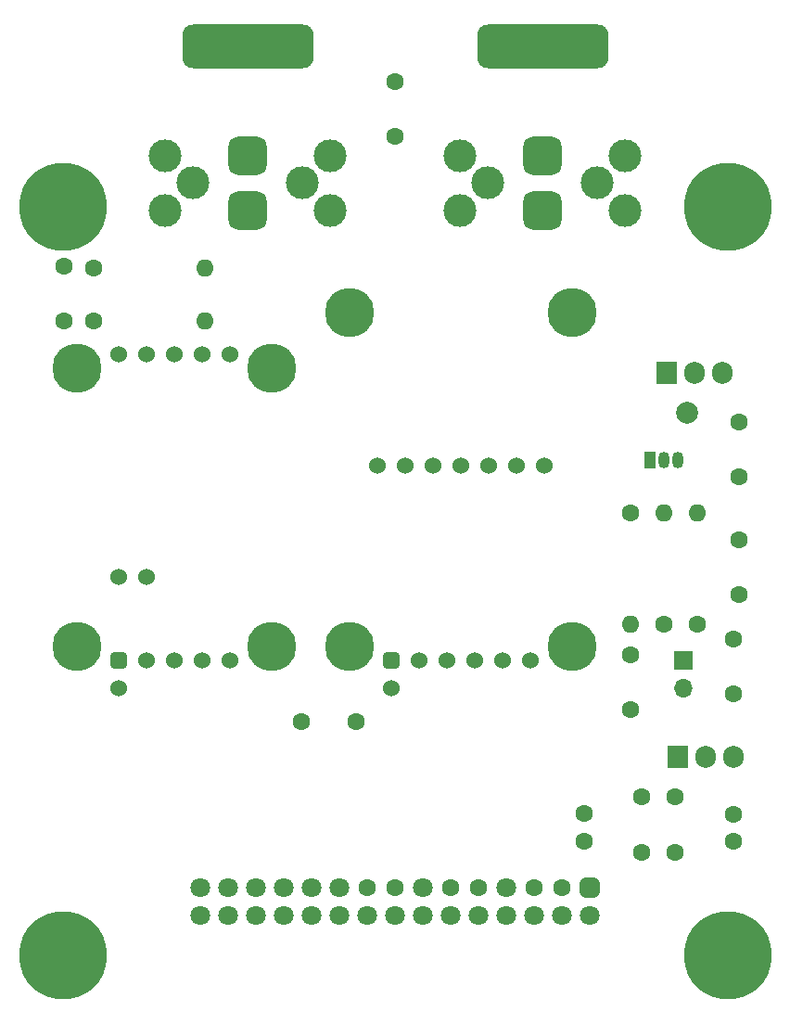
<source format=gbr>
%TF.GenerationSoftware,KiCad,Pcbnew,6.0.1-79c1e3a40b~116~ubuntu20.04.1*%
%TF.CreationDate,2022-01-20T00:26:33+00:00*%
%TF.ProjectId,Amplifier board,416d706c-6966-4696-9572-20626f617264,V1.0*%
%TF.SameCoordinates,Original*%
%TF.FileFunction,Soldermask,Top*%
%TF.FilePolarity,Negative*%
%FSLAX46Y46*%
G04 Gerber Fmt 4.6, Leading zero omitted, Abs format (unit mm)*
G04 Created by KiCad (PCBNEW 6.0.1-79c1e3a40b~116~ubuntu20.04.1) date 2022-01-20 00:26:33*
%MOMM*%
%LPD*%
G01*
G04 APERTURE LIST*
G04 Aperture macros list*
%AMRoundRect*
0 Rectangle with rounded corners*
0 $1 Rounding radius*
0 $2 $3 $4 $5 $6 $7 $8 $9 X,Y pos of 4 corners*
0 Add a 4 corners polygon primitive as box body*
4,1,4,$2,$3,$4,$5,$6,$7,$8,$9,$2,$3,0*
0 Add four circle primitives for the rounded corners*
1,1,$1+$1,$2,$3*
1,1,$1+$1,$4,$5*
1,1,$1+$1,$6,$7*
1,1,$1+$1,$8,$9*
0 Add four rect primitives between the rounded corners*
20,1,$1+$1,$2,$3,$4,$5,0*
20,1,$1+$1,$4,$5,$6,$7,0*
20,1,$1+$1,$6,$7,$8,$9,0*
20,1,$1+$1,$8,$9,$2,$3,0*%
G04 Aperture macros list end*
%ADD10C,1.600000*%
%ADD11R,1.905000X2.000000*%
%ADD12O,1.905000X2.000000*%
%ADD13C,8.000000*%
%ADD14O,1.600000X1.600000*%
%ADD15C,2.000000*%
%ADD16R,1.050000X1.500000*%
%ADD17O,1.050000X1.500000*%
%ADD18C,4.500000*%
%ADD19RoundRect,0.381000X-0.381000X-0.381000X0.381000X-0.381000X0.381000X0.381000X-0.381000X0.381000X0*%
%ADD20C,1.524000*%
%ADD21RoundRect,0.450000X-0.450000X-0.450000X0.450000X-0.450000X0.450000X0.450000X-0.450000X0.450000X0*%
%ADD22C,1.800000*%
%ADD23R,1.700000X1.700000*%
%ADD24O,1.700000X1.700000*%
%ADD25C,3.000000*%
%ADD26RoundRect,0.875000X-0.875000X0.875000X-0.875000X-0.875000X0.875000X-0.875000X0.875000X0.875000X0*%
%ADD27RoundRect,1.000000X-2.500000X1.000000X-2.500000X-1.000000X2.500000X-1.000000X2.500000X1.000000X0*%
G04 APERTURE END LIST*
D10*
%TO.C,C5*%
X172085000Y-99314000D03*
X172085000Y-104314000D03*
%TD*%
%TO.C,C6*%
X172085000Y-88599000D03*
X172085000Y-93599000D03*
%TD*%
D11*
%TO.C,D1*%
X165481000Y-84074000D03*
D12*
X168021000Y-84074000D03*
X170561000Y-84074000D03*
%TD*%
D10*
%TO.C,F1*%
X171577000Y-108411000D03*
X171577000Y-113411000D03*
%TD*%
D13*
%TO.C,H1*%
X110363000Y-137287000D03*
%TD*%
%TO.C,H2*%
X171069000Y-137287000D03*
%TD*%
D10*
%TO.C,R1*%
X165227000Y-107061000D03*
D14*
X165227000Y-96901000D03*
%TD*%
D10*
%TO.C,R2*%
X162179000Y-96901000D03*
D14*
X162179000Y-107061000D03*
%TD*%
D10*
%TO.C,R3*%
X168275000Y-107061000D03*
D14*
X168275000Y-96901000D03*
%TD*%
D15*
%TO.C,TP1*%
X167386000Y-87757000D03*
%TD*%
D11*
%TO.C,U1*%
X166497000Y-119126000D03*
D12*
X169037000Y-119126000D03*
X171577000Y-119126000D03*
%TD*%
D16*
%TO.C,U2*%
X163957000Y-92075000D03*
D17*
X165227000Y-92075000D03*
X166497000Y-92075000D03*
%TD*%
D18*
%TO.C,U3*%
X136525000Y-78613000D03*
X136525000Y-109093000D03*
X156845000Y-78613000D03*
X156845000Y-109093000D03*
D19*
X140335000Y-110363000D03*
D20*
X142875000Y-110363000D03*
X145415000Y-110363000D03*
X147955000Y-110363000D03*
X150495000Y-110363000D03*
X153035000Y-110363000D03*
X139065000Y-92583000D03*
X141605000Y-92583000D03*
X144145000Y-92583000D03*
X146685000Y-92583000D03*
X149225000Y-92583000D03*
X151765000Y-92583000D03*
X154305000Y-92583000D03*
X140335000Y-112903000D03*
%TD*%
D18*
%TO.C,U4*%
X111633000Y-109093000D03*
X111633000Y-83693000D03*
X129413000Y-109093000D03*
X129413000Y-83693000D03*
D19*
X115443000Y-110363000D03*
D20*
X117983000Y-110363000D03*
X120523000Y-110363000D03*
X123063000Y-110363000D03*
X125603000Y-110363000D03*
X115443000Y-82423000D03*
X117983000Y-82423000D03*
X120523000Y-82423000D03*
X123063000Y-82423000D03*
X125603000Y-82423000D03*
X115443000Y-102743000D03*
X117983000Y-102743000D03*
X115443000Y-112903000D03*
%TD*%
D13*
%TO.C,H3*%
X110363000Y-68961000D03*
%TD*%
%TO.C,H4*%
X171069000Y-68961000D03*
%TD*%
D21*
%TO.C,J1*%
X158496000Y-131064000D03*
D22*
X158496000Y-133604000D03*
D10*
X155956000Y-131064000D03*
D22*
X155956000Y-133604000D03*
D10*
X153416000Y-131064000D03*
D22*
X153416000Y-133604000D03*
X150876000Y-131064000D03*
X150876000Y-133604000D03*
D10*
X148336000Y-131064000D03*
D22*
X148336000Y-133604000D03*
D10*
X145796000Y-131064000D03*
D22*
X145796000Y-133604000D03*
X143256000Y-131064000D03*
X143256000Y-133604000D03*
D10*
X140716000Y-131064000D03*
D22*
X140716000Y-133604000D03*
D10*
X138176000Y-131064000D03*
D22*
X138176000Y-133604000D03*
X135636000Y-131064000D03*
X135636000Y-133604000D03*
X133096000Y-131064000D03*
X133096000Y-133604000D03*
X130556000Y-131064000D03*
X130556000Y-133604000D03*
X128016000Y-131064000D03*
X128016000Y-133604000D03*
X125476000Y-131064000D03*
X125476000Y-133604000D03*
X122936000Y-131064000D03*
X122936000Y-133604000D03*
%TD*%
D10*
%TO.C,C2*%
X163195000Y-122809000D03*
X163195000Y-127809000D03*
%TD*%
%TO.C,C7*%
X162179000Y-114808000D03*
X162179000Y-109808000D03*
%TD*%
D23*
%TO.C,JP1*%
X167005000Y-110363000D03*
D24*
X167005000Y-112903000D03*
%TD*%
D10*
%TO.C,C3*%
X166243000Y-122809000D03*
X166243000Y-127809000D03*
%TD*%
%TO.C,C8*%
X137160000Y-115951000D03*
X132160000Y-115951000D03*
%TD*%
%TO.C,C10*%
X110490000Y-79375000D03*
X110490000Y-74375000D03*
%TD*%
D25*
%TO.C,J3*%
X119754000Y-64262000D03*
D26*
X127254000Y-64262000D03*
D25*
X134754000Y-64262000D03*
X122254000Y-66762000D03*
X132254000Y-66762000D03*
X119754000Y-69262000D03*
D26*
X127254000Y-69262000D03*
D25*
X134754000Y-69262000D03*
D27*
X124754000Y-54262000D03*
X129754000Y-54262000D03*
%TD*%
D10*
%TO.C,R5*%
X113157000Y-79375000D03*
D14*
X123317000Y-79375000D03*
%TD*%
D10*
%TO.C,C9*%
X140716000Y-62484000D03*
X140716000Y-57484000D03*
%TD*%
%TO.C,C1*%
X157988000Y-124333000D03*
X157988000Y-126833000D03*
%TD*%
%TO.C,C4*%
X171577000Y-124373000D03*
X171577000Y-126873000D03*
%TD*%
%TO.C,R4*%
X113157000Y-74549000D03*
D14*
X123317000Y-74549000D03*
%TD*%
D25*
%TO.C,J2*%
X146678000Y-64262000D03*
D26*
X154178000Y-64262000D03*
D25*
X161678000Y-64262000D03*
X149178000Y-66762000D03*
X159178000Y-66762000D03*
X146678000Y-69262000D03*
D26*
X154178000Y-69262000D03*
D25*
X161678000Y-69262000D03*
D27*
X151678000Y-54262000D03*
X156678000Y-54262000D03*
%TD*%
M02*

</source>
